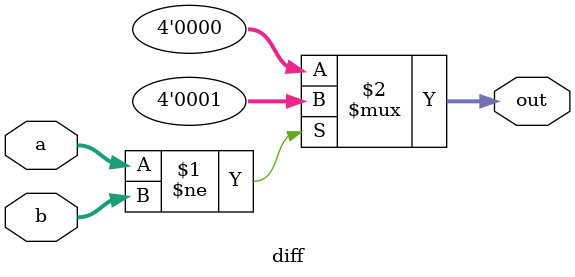
<source format=v>
module diff (input [3:0]a,b,
					output [3:0] out
				);
				
				assign out = (a != b) ? 4'd1 : 4'd0;
						
endmodule

</source>
